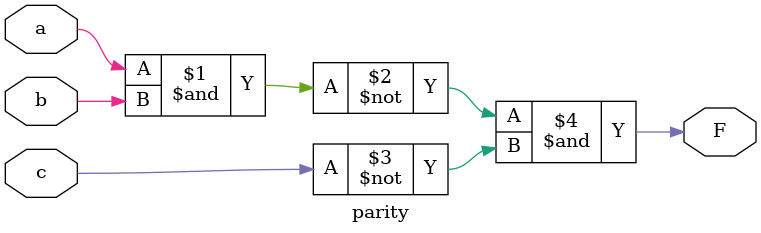
<source format=v>
module parity(
    input a, b, c,
    output F
);
    assign F = ~(a&b) & ~c;
endmodule

</source>
